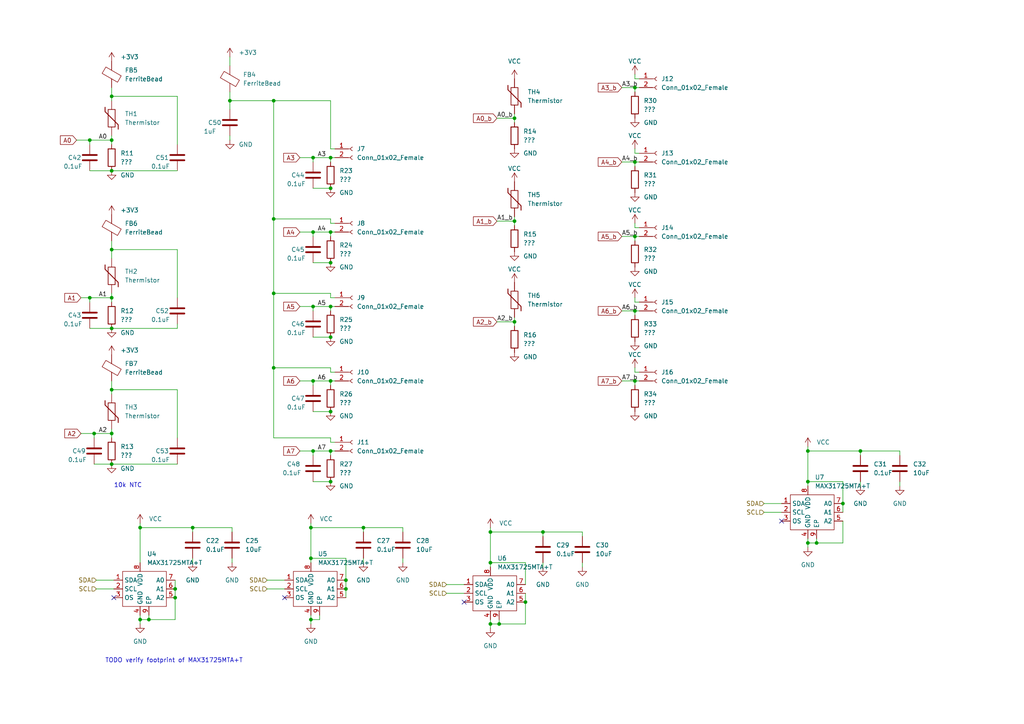
<source format=kicad_sch>
(kicad_sch (version 20211123) (generator eeschema)
  (paper "A4")
  (lib_symbols
    (symbol "Connector:Conn_01x02_Female" (pin_names (offset 1.016) hide)
      (property "Reference" "J" (at 0 2.54 0))
      (property "Value" "Conn_01x02_Female" (at 0 -5.08 0))
      (symbol "Conn_01x02_Female_1_1"
        (arc (start 0 -2.032) (mid -0.508 -2.54) (end 0 -3.048) (stroke (width 0.1524)))
        (polyline (pts (xy -1.27 -2.54) (xy -0.508 -2.54)) (stroke (width 0.1524)))
        (polyline (pts (xy -1.27 0) (xy -0.508 0)) (stroke (width 0.1524)))
        (arc (start 0 0.508) (mid -0.508 0) (end 0 -0.508) (stroke (width 0.1524)))
        (pin passive line (at -5.08 0 0) (length 3.81) (name "Pin_1") (number "1"))
        (pin passive line (at -5.08 -2.54 0) (length 3.81) (name "Pin_2") (number "2"))
      )
    )
    (symbol "Device:C" (pin_numbers hide) (pin_names (offset 0.254))
      (property "Reference" "C" (at 0.635 2.54 0))
      (property "Value" "C" (at 0.635 -2.54 0))
      (symbol "C_0_1"
        (polyline (pts (xy -2.032 -0.762) (xy 2.032 -0.762)) (stroke (width 0.508)))
        (polyline (pts (xy -2.032 0.762) (xy 2.032 0.762)) (stroke (width 0.508)))
      )
      (symbol "C_1_1"
        (pin passive line (at 0 3.81 270) (length 2.794) (name "~") (number "1"))
        (pin passive line (at 0 -3.81 90) (length 2.794) (name "~") (number "2"))
      )
    )
    (symbol "Device:FerriteBead" (pin_numbers hide) (pin_names (offset 0))
      (property "Reference" "FB" (at -3.81 0.635 90))
      (property "Value" "FerriteBead" (at 3.81 0 90))
      (symbol "FerriteBead_0_1"
        (polyline (pts (xy 0 -1.27) (xy 0 -1.2192)))
        (polyline (pts (xy 0 1.27) (xy 0 1.2954)))
        (polyline (pts (xy -2.7686 0.4064) (xy -1.7018 2.2606) (xy 2.7686 -0.3048) (xy 1.6764 -2.159) (xy -2.7686 0.4064)))
      )
      (symbol "FerriteBead_1_1"
        (pin passive line (at 0 3.81 270) (length 2.54) (name "~") (number "1"))
        (pin passive line (at 0 -3.81 90) (length 2.54) (name "~") (number "2"))
      )
    )
    (symbol "Device:R" (pin_numbers hide) (pin_names (offset 0))
      (property "Reference" "R" (at 2.032 0 90))
      (property "Value" "R" (at 0 0 90))
      (symbol "R_0_1"
        (rectangle (start -1.016 -2.54) (end 1.016 2.54) (stroke (width 0.254)))
      )
      (symbol "R_1_1"
        (pin passive line (at 0 3.81 270) (length 1.27) (name "~") (number "1"))
        (pin passive line (at 0 -3.81 90) (length 1.27) (name "~") (number "2"))
      )
    )
    (symbol "Device:Thermistor" (pin_numbers hide) (pin_names (offset 0))
      (property "Reference" "TH" (at 2.54 1.27 90))
      (property "Value" "Thermistor" (at -2.54 0 90))
      (symbol "Thermistor_0_1"
        (rectangle (start -1.016 2.54) (end 1.016 -2.54) (stroke (width 0.2032)))
        (polyline (pts (xy -1.905 3.175) (xy -1.905 1.905) (xy 1.905 -1.905) (xy 1.905 -3.175) (xy 1.905 -3.175)) (stroke (width 0.254)))
      )
      (symbol "Thermistor_1_1"
        (pin passive line (at 0 5.08 270) (length 2.54) (name "~") (number "1"))
        (pin passive line (at 0 -5.08 90) (length 2.54) (name "~") (number "2"))
      )
    )
    (symbol "Hestia:MAX31725MTA+T"
      (property "Reference" "U" (at -17.78 0 0))
      (property "Value" "MAX31725MTA+T" (at -10.16 2.54 0))
      (symbol "MAX31725MTA+T_0_1"
        (rectangle (start -5.08 0) (end 7.62 -10.16))
      )
      (symbol "MAX31725MTA+T_1_1"
        (pin bidirectional line (at -7.62 -2.54 0) (length 2.54) (name "SDA") (number "1"))
        (pin input line (at -7.62 -5.08 0) (length 2.54) (name "SCL") (number "2"))
        (pin input line (at -7.62 -7.62 0) (length 2.54) (name "OS") (number "3"))
        (pin power_in line (at 0 -12.7 90) (length 2.54) (name "GND") (number "4"))
        (pin input line (at 10.16 -7.62 180) (length 2.54) (name "A2") (number "5"))
        (pin input line (at 10.16 -5.08 180) (length 2.54) (name "A1") (number "6"))
        (pin input line (at 10.16 -2.54 180) (length 2.54) (name "A0") (number "7"))
        (pin input line (at 0 2.54 270) (length 2.54) (name "VDD") (number "8"))
        (pin power_in line (at 2.54 -12.7 90) (length 2.54) (name "EP") (number "9"))
      )
    )
    (symbol "MAX31725MTA+T_1"
      (property "Reference" "U" (at -17.78 0 0))
      (property "Value" "MAX31725MTA+T_1" (at -10.16 2.54 0))
      (symbol "MAX31725MTA+T_1_0_1"
        (rectangle (start -5.08 0) (end 7.62 -10.16))
      )
      (symbol "MAX31725MTA+T_1_1_1"
        (pin bidirectional line (at -7.62 -2.54 0) (length 2.54) (name "SDA") (number "1"))
        (pin input line (at -7.62 -5.08 0) (length 2.54) (name "SCL") (number "2"))
        (pin input line (at -7.62 -7.62 0) (length 2.54) (name "OS") (number "3"))
        (pin power_in line (at 0 -12.7 90) (length 2.54) (name "GND") (number "4"))
        (pin input line (at 10.16 -7.62 180) (length 2.54) (name "A2") (number "5"))
        (pin input line (at 10.16 -5.08 180) (length 2.54) (name "A1") (number "6"))
        (pin input line (at 10.16 -2.54 180) (length 2.54) (name "A0") (number "7"))
        (pin input line (at 0 2.54 270) (length 2.54) (name "VDD") (number "8"))
        (pin power_in line (at 2.54 -12.7 90) (length 2.54) (name "EP") (number "9"))
      )
    )
    (symbol "MAX31725MTA+T_2"
      (property "Reference" "U" (at -17.78 0 0))
      (property "Value" "MAX31725MTA+T_2" (at -10.16 2.54 0))
      (symbol "MAX31725MTA+T_2_0_1"
        (rectangle (start -5.08 0) (end 7.62 -10.16))
      )
      (symbol "MAX31725MTA+T_2_1_1"
        (pin bidirectional line (at -7.62 -2.54 0) (length 2.54) (name "SDA") (number "1"))
        (pin input line (at -7.62 -5.08 0) (length 2.54) (name "SCL") (number "2"))
        (pin input line (at -7.62 -7.62 0) (length 2.54) (name "OS") (number "3"))
        (pin power_in line (at 0 -12.7 90) (length 2.54) (name "GND") (number "4"))
        (pin input line (at 10.16 -7.62 180) (length 2.54) (name "A2") (number "5"))
        (pin input line (at 10.16 -5.08 180) (length 2.54) (name "A1") (number "6"))
        (pin input line (at 10.16 -2.54 180) (length 2.54) (name "A0") (number "7"))
        (pin input line (at 0 2.54 270) (length 2.54) (name "VDD") (number "8"))
        (pin power_in line (at 2.54 -12.7 90) (length 2.54) (name "EP") (number "9"))
      )
    )
    (symbol "MAX31725MTA+T_3"
      (property "Reference" "U" (at -17.78 0 0))
      (property "Value" "MAX31725MTA+T_3" (at -10.16 2.54 0))
      (symbol "MAX31725MTA+T_3_0_1"
        (rectangle (start -5.08 0) (end 7.62 -10.16))
      )
      (symbol "MAX31725MTA+T_3_1_1"
        (pin bidirectional line (at -7.62 -2.54 0) (length 2.54) (name "SDA") (number "1"))
        (pin input line (at -7.62 -5.08 0) (length 2.54) (name "SCL") (number "2"))
        (pin input line (at -7.62 -7.62 0) (length 2.54) (name "OS") (number "3"))
        (pin power_in line (at 0 -12.7 90) (length 2.54) (name "GND") (number "4"))
        (pin input line (at 10.16 -7.62 180) (length 2.54) (name "A2") (number "5"))
        (pin input line (at 10.16 -5.08 180) (length 2.54) (name "A1") (number "6"))
        (pin input line (at 10.16 -2.54 180) (length 2.54) (name "A0") (number "7"))
        (pin input line (at 0 2.54 270) (length 2.54) (name "VDD") (number "8"))
        (pin power_in line (at 2.54 -12.7 90) (length 2.54) (name "EP") (number "9"))
      )
    )
    (symbol "power:+3.3V" (power) (pin_names (offset 0))
      (property "Value" "+3.3V" (at 0 3.556 0))
      (symbol "+3.3V_0_1"
        (polyline (pts (xy -0.762 1.27) (xy 0 2.54)))
        (polyline (pts (xy 0 0) (xy 0 2.54)))
        (polyline (pts (xy 0 2.54) (xy 0.762 1.27)))
      )
      (symbol "+3.3V_1_1"
        (pin power_in line (at 0 0 90) (length 0) hide (name "+3V3") (number "1"))
      )
    )
    (symbol "power:GND" (power) (pin_names (offset 0))
      (property "Value" "GND" (at 0 -3.81 0))
      (symbol "GND_0_1"
        (polyline (pts (xy 0 0) (xy 0 -1.27) (xy 1.27 -1.27) (xy 0 -2.54) (xy -1.27 -1.27) (xy 0 -1.27)))
      )
      (symbol "GND_1_1"
        (pin power_in line (at 0 0 270) (length 0) hide (name "GND") (number "1"))
      )
    )
    (symbol "power:VCC" (power) (pin_names (offset 0))
      (property "Value" "VCC" (at 0 3.81 0))
      (symbol "VCC_0_1"
        (polyline (pts (xy -0.762 1.27) (xy 0 2.54)))
        (polyline (pts (xy 0 0) (xy 0 2.54)))
        (polyline (pts (xy 0 2.54) (xy 0.762 1.27)))
      )
      (symbol "VCC_1_1"
        (pin power_in line (at 0 0 90) (length 0) hide (name "VCC") (number "1"))
      )
    )
  )
  (junction (at 234.315 139.7))
  (junction (at 95.885 67.31))
  (junction (at 32.385 86.36))
  (junction (at 244.475 146.05))
  (junction (at 95.885 130.81))
  (junction (at 90.805 130.81))
  (junction (at 249.555 130.81))
  (junction (at 27.305 125.73))
  (junction (at 95.885 45.72))
  (junction (at 184.15 68.58))
  (junction (at 26.035 40.64))
  (junction (at 79.375 85.09))
  (junction (at 50.8 170.815))
  (junction (at 144.78 180.975))
  (junction (at 149.225 93.345))
  (junction (at 95.885 76.2))
  (junction (at 50.8 173.355))
  (junction (at 90.17 153.035))
  (junction (at 43.18 179.705))
  (junction (at 90.805 110.49))
  (junction (at 95.885 119.38))
  (junction (at 184.15 110.49))
  (junction (at 32.385 113.03))
  (junction (at 184.15 46.99))
  (junction (at 149.225 64.135))
  (junction (at 234.315 157.48))
  (junction (at 32.385 95.25))
  (junction (at 149.225 34.29))
  (junction (at 32.385 125.73))
  (junction (at 32.385 72.39))
  (junction (at 32.385 49.53))
  (junction (at 26.035 86.36))
  (junction (at 90.805 45.72))
  (junction (at 152.4 174.625))
  (junction (at 236.855 157.48))
  (junction (at 100.33 170.815))
  (junction (at 90.17 179.705))
  (junction (at 95.885 110.49))
  (junction (at 55.88 153.035))
  (junction (at 32.385 134.62))
  (junction (at 79.375 106.68))
  (junction (at 95.885 97.79))
  (junction (at 40.64 153.035))
  (junction (at 90.805 67.31))
  (junction (at 184.15 25.4))
  (junction (at 142.24 163.195))
  (junction (at 90.17 161.925))
  (junction (at 79.375 29.21))
  (junction (at 184.15 90.17))
  (junction (at 79.375 63.5))
  (junction (at 95.885 88.9))
  (junction (at 234.315 130.81))
  (junction (at 66.675 29.21))
  (junction (at 100.33 168.275))
  (junction (at 40.64 179.705))
  (junction (at 157.48 154.305))
  (junction (at 32.385 27.94))
  (junction (at 142.24 154.305))
  (junction (at 95.885 54.61))
  (junction (at 32.385 40.64))
  (junction (at 105.41 153.035))
  (junction (at 142.24 180.975))
  (junction (at 90.805 88.9))
  (junction (at 95.885 139.7))
  (no_connect (at 82.55 173.355))
  (no_connect (at 226.695 151.13))
  (no_connect (at 33.02 173.355))
  (no_connect (at 134.62 174.625))
  (wire (pts (xy 149.225 93.345) (xy 149.225 94.615)))
  (wire (pts (xy 90.805 76.2) (xy 95.885 76.2)))
  (wire (pts (xy 32.385 72.39) (xy 51.435 72.39)))
  (wire (pts (xy 90.805 45.72) (xy 90.805 46.99)))
  (wire (pts (xy 184.15 107.95) (xy 185.42 107.95)))
  (wire (pts (xy 168.91 155.575) (xy 168.91 154.305)))
  (wire (pts (xy 32.385 69.85) (xy 32.385 72.39)))
  (wire (pts (xy 142.24 180.975) (xy 142.24 182.245)))
  (wire (pts (xy 90.805 110.49) (xy 90.805 111.76)))
  (wire (pts (xy 185.42 90.17) (xy 184.15 90.17)))
  (wire (pts (xy 55.88 153.035) (xy 55.88 154.305)))
  (wire (pts (xy 32.385 113.03) (xy 32.385 114.3)))
  (wire (pts (xy 129.54 172.085) (xy 134.62 172.085)))
  (wire (pts (xy 95.885 67.31) (xy 95.885 68.58)))
  (wire (pts (xy 184.15 66.04) (xy 185.42 66.04)))
  (wire (pts (xy 157.48 154.305) (xy 157.48 155.575)))
  (wire (pts (xy 40.64 153.035) (xy 55.88 153.035)))
  (wire (pts (xy 32.385 110.49) (xy 32.385 113.03)))
  (wire (pts (xy 221.615 146.05) (xy 226.695 146.05)))
  (wire (pts (xy 142.24 154.305) (xy 157.48 154.305)))
  (wire (pts (xy 105.41 153.035) (xy 116.84 153.035)))
  (wire (pts (xy 149.225 33.02) (xy 149.225 34.29)))
  (wire (pts (xy 86.995 88.9) (xy 90.805 88.9)))
  (wire (pts (xy 184.15 90.17) (xy 184.15 91.44)))
  (wire (pts (xy 40.64 179.705) (xy 43.18 179.705)))
  (wire (pts (xy 105.41 161.925) (xy 105.41 163.195)))
  (wire (pts (xy 95.885 128.27) (xy 97.155 128.27)))
  (wire (pts (xy 184.15 22.86) (xy 185.42 22.86)))
  (wire (pts (xy 234.315 139.7) (xy 244.475 139.7)))
  (wire (pts (xy 184.15 87.63) (xy 185.42 87.63)))
  (wire (pts (xy 23.495 86.36) (xy 26.035 86.36)))
  (wire (pts (xy 144.78 180.975) (xy 152.4 180.975)))
  (wire (pts (xy 100.33 170.815) (xy 100.33 168.275)))
  (wire (pts (xy 142.24 163.195) (xy 142.24 164.465)))
  (wire (pts (xy 142.24 153.035) (xy 142.24 154.305)))
  (wire (pts (xy 95.885 127) (xy 79.375 127)))
  (wire (pts (xy 95.885 86.36) (xy 97.155 86.36)))
  (wire (pts (xy 97.155 130.81) (xy 95.885 130.81)))
  (wire (pts (xy 184.15 86.36) (xy 184.15 87.63)))
  (wire (pts (xy 32.385 49.53) (xy 51.435 49.53)))
  (wire (pts (xy 77.47 168.275) (xy 82.55 168.275)))
  (wire (pts (xy 152.4 169.545) (xy 152.4 163.195)))
  (wire (pts (xy 95.885 63.5) (xy 79.375 63.5)))
  (wire (pts (xy 40.64 153.035) (xy 40.64 163.195)))
  (wire (pts (xy 66.675 39.37) (xy 66.675 40.64)))
  (wire (pts (xy 234.315 129.54) (xy 234.315 130.81)))
  (wire (pts (xy 97.155 45.72) (xy 95.885 45.72)))
  (wire (pts (xy 90.17 151.765) (xy 90.17 153.035)))
  (wire (pts (xy 149.225 64.135) (xy 149.225 65.405)))
  (wire (pts (xy 79.375 85.09) (xy 79.375 106.68)))
  (wire (pts (xy 90.805 97.79) (xy 95.885 97.79)))
  (wire (pts (xy 26.035 86.36) (xy 26.035 87.63)))
  (wire (pts (xy 95.885 29.21) (xy 79.375 29.21)))
  (wire (pts (xy 26.035 40.64) (xy 32.385 40.64)))
  (wire (pts (xy 180.34 68.58) (xy 184.15 68.58)))
  (wire (pts (xy 95.885 88.9) (xy 95.885 90.17)))
  (wire (pts (xy 26.035 95.25) (xy 32.385 95.25)))
  (wire (pts (xy 90.805 130.81) (xy 90.805 132.08)))
  (wire (pts (xy 221.615 148.59) (xy 226.695 148.59)))
  (wire (pts (xy 144.78 179.705) (xy 144.78 180.975)))
  (wire (pts (xy 95.885 45.72) (xy 95.885 46.99)))
  (wire (pts (xy 26.035 40.64) (xy 26.035 41.91)))
  (wire (pts (xy 90.17 178.435) (xy 90.17 179.705)))
  (wire (pts (xy 180.34 90.17) (xy 184.15 90.17)))
  (wire (pts (xy 51.435 27.94) (xy 32.385 27.94)))
  (wire (pts (xy 95.885 64.77) (xy 97.155 64.77)))
  (wire (pts (xy 32.385 40.64) (xy 32.385 41.91)))
  (wire (pts (xy 40.64 151.765) (xy 40.64 153.035)))
  (wire (pts (xy 90.17 161.925) (xy 90.17 163.195)))
  (wire (pts (xy 95.885 63.5) (xy 95.885 64.77)))
  (wire (pts (xy 95.885 130.81) (xy 95.885 132.08)))
  (wire (pts (xy 90.805 119.38) (xy 95.885 119.38)))
  (wire (pts (xy 90.805 130.81) (xy 95.885 130.81)))
  (wire (pts (xy 32.385 95.25) (xy 51.435 95.25)))
  (wire (pts (xy 32.385 85.09) (xy 32.385 86.36)))
  (wire (pts (xy 244.475 148.59) (xy 244.475 146.05)))
  (wire (pts (xy 23.495 125.73) (xy 27.305 125.73)))
  (wire (pts (xy 97.155 110.49) (xy 95.885 110.49)))
  (wire (pts (xy 144.145 64.135) (xy 149.225 64.135)))
  (wire (pts (xy 184.15 64.77) (xy 184.15 66.04)))
  (wire (pts (xy 86.995 67.31) (xy 90.805 67.31)))
  (wire (pts (xy 27.305 134.62) (xy 32.385 134.62)))
  (wire (pts (xy 32.385 25.4) (xy 32.385 27.94)))
  (wire (pts (xy 185.42 25.4) (xy 184.15 25.4)))
  (wire (pts (xy 79.375 29.21) (xy 79.375 63.5)))
  (wire (pts (xy 26.035 86.36) (xy 32.385 86.36)))
  (wire (pts (xy 185.42 68.58) (xy 184.15 68.58)))
  (wire (pts (xy 185.42 110.49) (xy 184.15 110.49)))
  (wire (pts (xy 95.885 29.21) (xy 95.885 43.18)))
  (wire (pts (xy 244.475 157.48) (xy 244.475 151.13)))
  (wire (pts (xy 43.18 179.705) (xy 50.8 179.705)))
  (wire (pts (xy 185.42 46.99) (xy 184.15 46.99)))
  (wire (pts (xy 86.995 45.72) (xy 90.805 45.72)))
  (wire (pts (xy 97.155 88.9) (xy 95.885 88.9)))
  (wire (pts (xy 260.985 132.08) (xy 260.985 130.81)))
  (wire (pts (xy 40.64 179.705) (xy 40.64 180.975)))
  (wire (pts (xy 92.71 178.435) (xy 92.71 179.705)))
  (wire (pts (xy 105.41 153.035) (xy 105.41 154.305)))
  (wire (pts (xy 144.145 93.345) (xy 149.225 93.345)))
  (wire (pts (xy 51.435 127) (xy 51.435 113.03)))
  (wire (pts (xy 27.305 125.73) (xy 27.305 127)))
  (wire (pts (xy 32.385 125.73) (xy 32.385 127)))
  (wire (pts (xy 32.385 86.36) (xy 32.385 87.63)))
  (wire (pts (xy 90.17 153.035) (xy 90.17 161.925)))
  (wire (pts (xy 32.385 113.03) (xy 51.435 113.03)))
  (wire (pts (xy 32.385 27.94) (xy 32.385 29.21)))
  (wire (pts (xy 129.54 169.545) (xy 134.62 169.545)))
  (wire (pts (xy 90.805 67.31) (xy 95.885 67.31)))
  (wire (pts (xy 51.435 93.98) (xy 51.435 95.25)))
  (wire (pts (xy 50.8 179.705) (xy 50.8 173.355)))
  (wire (pts (xy 234.315 139.7) (xy 234.315 140.97)))
  (wire (pts (xy 90.17 179.705) (xy 92.71 179.705)))
  (wire (pts (xy 244.475 146.05) (xy 244.475 139.7)))
  (wire (pts (xy 79.375 127) (xy 79.375 106.68)))
  (wire (pts (xy 184.15 25.4) (xy 184.15 26.67)))
  (wire (pts (xy 184.15 44.45) (xy 185.42 44.45)))
  (wire (pts (xy 142.24 179.705) (xy 142.24 180.975)))
  (wire (pts (xy 168.91 163.195) (xy 168.91 164.465)))
  (wire (pts (xy 180.34 110.49) (xy 184.15 110.49)))
  (wire (pts (xy 43.18 178.435) (xy 43.18 179.705)))
  (wire (pts (xy 26.035 49.53) (xy 32.385 49.53)))
  (wire (pts (xy 95.885 110.49) (xy 95.885 111.76)))
  (wire (pts (xy 32.385 39.37) (xy 32.385 40.64)))
  (wire (pts (xy 51.435 72.39) (xy 51.435 86.36)))
  (wire (pts (xy 95.885 127) (xy 95.885 128.27)))
  (wire (pts (xy 95.885 107.95) (xy 97.155 107.95)))
  (wire (pts (xy 100.33 161.925) (xy 90.17 161.925)))
  (wire (pts (xy 100.33 168.275) (xy 100.33 161.925)))
  (wire (pts (xy 234.315 156.21) (xy 234.315 157.48)))
  (wire (pts (xy 86.995 130.81) (xy 90.805 130.81)))
  (wire (pts (xy 149.225 92.075) (xy 149.225 93.345)))
  (wire (pts (xy 184.15 110.49) (xy 184.15 111.76)))
  (wire (pts (xy 234.315 157.48) (xy 234.315 158.75)))
  (wire (pts (xy 236.855 157.48) (xy 244.475 157.48)))
  (wire (pts (xy 90.805 110.49) (xy 95.885 110.49)))
  (wire (pts (xy 184.15 43.18) (xy 184.15 44.45)))
  (wire (pts (xy 66.675 29.21) (xy 66.675 31.75)))
  (wire (pts (xy 51.435 41.91) (xy 51.435 27.94)))
  (wire (pts (xy 66.675 26.67) (xy 66.675 29.21)))
  (wire (pts (xy 67.31 154.305) (xy 67.31 153.035)))
  (wire (pts (xy 90.805 45.72) (xy 95.885 45.72)))
  (wire (pts (xy 27.305 125.73) (xy 32.385 125.73)))
  (wire (pts (xy 234.315 130.81) (xy 234.315 139.7)))
  (wire (pts (xy 180.34 25.4) (xy 184.15 25.4)))
  (wire (pts (xy 90.17 179.705) (xy 90.17 180.975)))
  (wire (pts (xy 236.855 156.21) (xy 236.855 157.48)))
  (wire (pts (xy 184.15 106.68) (xy 184.15 107.95)))
  (wire (pts (xy 90.17 153.035) (xy 105.41 153.035)))
  (wire (pts (xy 100.33 173.355) (xy 100.33 170.815)))
  (wire (pts (xy 142.24 180.975) (xy 144.78 180.975)))
  (wire (pts (xy 90.805 88.9) (xy 95.885 88.9)))
  (wire (pts (xy 32.385 72.39) (xy 32.385 74.93)))
  (wire (pts (xy 184.15 68.58) (xy 184.15 69.85)))
  (wire (pts (xy 32.385 134.62) (xy 51.435 134.62)))
  (wire (pts (xy 79.375 85.09) (xy 79.375 63.5)))
  (wire (pts (xy 95.885 43.18) (xy 97.155 43.18)))
  (wire (pts (xy 149.225 62.865) (xy 149.225 64.135)))
  (wire (pts (xy 157.48 163.195) (xy 157.48 164.465)))
  (wire (pts (xy 157.48 154.305) (xy 168.91 154.305)))
  (wire (pts (xy 180.34 46.99) (xy 184.15 46.99)))
  (wire (pts (xy 249.555 130.81) (xy 249.555 132.08)))
  (wire (pts (xy 142.24 163.195) (xy 152.4 163.195)))
  (wire (pts (xy 90.805 54.61) (xy 95.885 54.61)))
  (wire (pts (xy 249.555 139.7) (xy 249.555 140.97)))
  (wire (pts (xy 152.4 180.975) (xy 152.4 174.625)))
  (wire (pts (xy 55.88 153.035) (xy 67.31 153.035)))
  (wire (pts (xy 95.885 106.68) (xy 95.885 107.95)))
  (wire (pts (xy 95.885 106.68) (xy 79.375 106.68)))
  (wire (pts (xy 152.4 174.625) (xy 152.4 172.085)))
  (wire (pts (xy 90.805 67.31) (xy 90.805 68.58)))
  (wire (pts (xy 234.315 157.48) (xy 236.855 157.48)))
  (wire (pts (xy 97.155 67.31) (xy 95.885 67.31)))
  (wire (pts (xy 40.64 178.435) (xy 40.64 179.705)))
  (wire (pts (xy 32.385 124.46) (xy 32.385 125.73)))
  (wire (pts (xy 55.88 161.925) (xy 55.88 163.195)))
  (wire (pts (xy 249.555 130.81) (xy 260.985 130.81)))
  (wire (pts (xy 86.995 110.49) (xy 90.805 110.49)))
  (wire (pts (xy 79.375 29.21) (xy 66.675 29.21)))
  (wire (pts (xy 149.225 34.29) (xy 149.225 35.56)))
  (wire (pts (xy 95.885 85.09) (xy 95.885 86.36)))
  (wire (pts (xy 22.225 40.64) (xy 26.035 40.64)))
  (wire (pts (xy 116.84 154.305) (xy 116.84 153.035)))
  (wire (pts (xy 116.84 161.925) (xy 116.84 163.195)))
  (wire (pts (xy 260.985 139.7) (xy 260.985 140.97)))
  (wire (pts (xy 184.15 46.99) (xy 184.15 48.26)))
  (wire (pts (xy 95.885 85.09) (xy 79.375 85.09)))
  (wire (pts (xy 50.8 170.815) (xy 50.8 173.355)))
  (wire (pts (xy 234.315 130.81) (xy 249.555 130.81)))
  (wire (pts (xy 66.675 16.51) (xy 66.675 19.05)))
  (wire (pts (xy 90.805 88.9) (xy 90.805 90.17)))
  (wire (pts (xy 90.805 139.7) (xy 95.885 139.7)))
  (wire (pts (xy 50.8 168.275) (xy 50.8 170.815)))
  (wire (pts (xy 184.15 21.59) (xy 184.15 22.86)))
  (wire (pts (xy 27.94 168.275) (xy 33.02 168.275)))
  (wire (pts (xy 77.47 170.815) (xy 82.55 170.815)))
  (wire (pts (xy 142.24 154.305) (xy 142.24 163.195)))
  (wire (pts (xy 27.94 170.815) (xy 33.02 170.815)))
  (wire (pts (xy 144.145 34.29) (xy 149.225 34.29)))
  (wire (pts (xy 67.31 161.925) (xy 67.31 163.195)))
  (text "TODO verify footprint of MAX31725MTA+T" (at 30.48 192.405 0) (effects (font (size 1.27 1.27)) (justify left bottom)))
  (text "10k NTC" (at 33.02 141.605 0) (effects (font (size 1.27 1.27)) (justify left bottom)))
  (label "A5" (at 92.075 88.9 0))
  (label "A0_b" (at 144.145 34.29 0))
  (label "A7" (at 92.075 130.81 0))
  (label "A1" (at 28.575 86.36 0))
  (label "A6_b" (at 180.34 90.17 0))
  (label "A1_b" (at 144.145 64.135 0))
  (label "A6" (at 92.075 110.49 0))
  (label "A7_b" (at 180.34 110.49 0))
  (label "A2_b" (at 144.145 93.345 0))
  (label "A5_b" (at 180.34 68.58 0))
  (label "A3" (at 92.075 45.72 0))
  (label "A0" (at 28.575 40.64 0))
  (label "A4" (at 92.075 67.31 0))
  (label "A3_b" (at 180.34 25.4 0))
  (label "A2" (at 28.575 125.73 0))
  (label "A4_b" (at 180.34 46.99 0))
  (global_label "A6" (shape input) (at 86.995 110.49 180) (property "Intersheet References" "${INTERSHEET_REFS}" (effects hide)))
  (global_label "A3_b" (shape input) (at 180.34 25.4 180) (property "Intersheet References" "${INTERSHEET_REFS}" (effects hide)))
  (global_label "A4" (shape input) (at 86.995 67.31 180) (property "Intersheet References" "${INTERSHEET_REFS}" (effects hide)))
  (global_label "A1" (shape input) (at 23.495 86.36 180) (property "Intersheet References" "${INTERSHEET_REFS}" (effects hide)))
  (global_label "A5_b" (shape input) (at 180.34 68.58 180) (property "Intersheet References" "${INTERSHEET_REFS}" (effects hide)))
  (global_label "A4_b" (shape input) (at 180.34 46.99 180) (property "Intersheet References" "${INTERSHEET_REFS}" (effects hide)))
  (global_label "A1_b" (shape input) (at 144.145 64.135 180) (property "Intersheet References" "${INTERSHEET_REFS}" (effects hide)))
  (global_label "A3" (shape input) (at 86.995 45.72 180) (property "Intersheet References" "${INTERSHEET_REFS}" (effects hide)))
  (global_label "A7" (shape input) (at 86.995 130.81 180) (property "Intersheet References" "${INTERSHEET_REFS}" (effects hide)))
  (global_label "A6_b" (shape input) (at 180.34 90.17 180) (property "Intersheet References" "${INTERSHEET_REFS}" (effects hide)))
  (global_label "A2_b" (shape input) (at 144.145 93.345 180) (property "Intersheet References" "${INTERSHEET_REFS}" (effects hide)))
  (global_label "A0" (shape input) (at 22.225 40.64 180) (property "Intersheet References" "${INTERSHEET_REFS}" (effects hide)))
  (global_label "A2" (shape input) (at 23.495 125.73 180) (property "Intersheet References" "${INTERSHEET_REFS}" (effects hide)))
  (global_label "A0_b" (shape input) (at 144.145 34.29 180) (property "Intersheet References" "${INTERSHEET_REFS}" (effects hide)))
  (global_label "A7_b" (shape input) (at 180.34 110.49 180) (property "Intersheet References" "${INTERSHEET_REFS}" (effects hide)))
  (global_label "A5" (shape input) (at 86.995 88.9 180) (property "Intersheet References" "${INTERSHEET_REFS}" (effects hide)))
  (hierarchical_label "SDA" (shape input) (at 27.94 168.275 180))
  (hierarchical_label "SCL" (shape input) (at 221.615 148.59 180))
  (hierarchical_label "SDA" (shape input) (at 77.47 168.275 180))
  (hierarchical_label "SCL" (shape input) (at 27.94 170.815 180))
  (hierarchical_label "SCL" (shape input) (at 77.47 170.815 180))
  (hierarchical_label "SCL" (shape input) (at 129.54 172.085 180))
  (hierarchical_label "SDA" (shape input) (at 129.54 169.545 180))
  (hierarchical_label "SDA" (shape input) (at 221.615 146.05 180))
  (symbol (lib_id "Device:R") (at 184.15 95.25 0) (unit 1)
    (property "Reference" "R33" (at 186.69 93.9799 0) (effects (justify left)))
    (property "Value" "???" (at 186.69 96.5199 0) (effects (justify left)))
    (property "Footprint" "Resistor_SMD:R_0603_1608Metric_Pad0.98x0.95mm_HandSolder" (effects hide))
  )
  (symbol (lib_id "Connector:Conn_01x02_Female") (at 102.235 128.27 0) (unit 1)
    (property "Reference" "J11" (at 103.505 128.2699 0) (effects (justify left)))
    (property "Value" "Conn_01x02_Female" (at 103.505 130.8099 0) (effects (justify left)))
    (property "Footprint" "Connector_PinHeader_1.27mm:PinHeader_1x02_P1.27mm_Vertical" (effects hide))
  )
  (symbol (lib_name "MAX31725MTA+T_3") (lib_id "Hestia:MAX31725MTA+T") (at 90.17 165.735 0) (unit 1)
    (property "Reference" "U5" (at 92.1894 160.655 0) (effects (justify left)))
    (property "Value" "MAX31725MTA+T" (at 92.1894 163.195 0) (effects (justify left)))
    (property "Footprint" "Package_DFN_QFN:DFN-8-1EP_3x3mm_P0.65mm_EP1.55x2.4mm" (effects hide))
    (property "Datasheet" "https://datasheets.maximintegrated.com/en/ds/MAX31725.pdf" (effects hide))
  )
  (symbol (lib_id "power:GND") (at 95.885 54.61 0) (unit 1)
    (property "Reference" "#PWR0169" (effects hide))
    (property "Value" "GND" (at 98.425 55.8799 0) (effects (justify left)))
  )
  (symbol (lib_id "power:VCC") (at 184.15 86.36 0) (unit 1)
    (property "Reference" "#PWR0162" (effects hide))
    (property "Value" "VCC" (at 184.15 82.55 0))
  )
  (symbol (lib_id "Device:Thermistor") (at 149.225 86.995 0) (unit 1)
    (property "Reference" "TH6" (at 153.035 85.7249 0) (effects (justify left)))
    (property "Value" "Thermistor" (at 153.035 88.2649 0) (effects (justify left)))
    (property "Footprint" "Resistor_SMD:R_0603_1608Metric_Pad0.98x0.95mm_HandSolder" (effects hide))
  )
  (symbol (lib_id "power:GND") (at 149.225 43.18 0) (unit 1)
    (property "Reference" "#PWR0132" (effects hide))
    (property "Value" "GND" (at 151.765 44.4499 0) (effects (justify left)))
  )
  (symbol (lib_id "power:GND") (at 105.41 163.195 0) (unit 1)
    (property "Reference" "#PWR0156" (effects hide))
    (property "Value" "GND" (at 105.41 168.275 0))
  )
  (symbol (lib_id "Device:R") (at 95.885 135.89 0) (unit 1)
    (property "Reference" "R27" (at 98.425 134.6199 0) (effects (justify left)))
    (property "Value" "???" (at 98.425 137.1599 0) (effects (justify left)))
    (property "Footprint" "Resistor_SMD:R_0603_1608Metric_Pad0.98x0.95mm_HandSolder" (effects hide))
  )
  (symbol (lib_id "Device:Thermistor") (at 32.385 80.01 0) (unit 1)
    (property "Reference" "TH2" (at 36.195 78.7399 0) (effects (justify left)))
    (property "Value" "Thermistor" (at 36.195 81.2799 0) (effects (justify left)))
    (property "Footprint" "Resistor_SMD:R_0603_1608Metric_Pad0.98x0.95mm_HandSolder" (effects hide))
  )
  (symbol (lib_id "power:GND") (at 142.24 182.245 0) (unit 1)
    (property "Reference" "#PWR0148" (effects hide))
    (property "Value" "GND" (at 142.24 187.325 0))
  )
  (symbol (lib_id "Connector:Conn_01x02_Female") (at 102.235 64.77 0) (unit 1)
    (property "Reference" "J8" (at 103.505 64.7699 0) (effects (justify left)))
    (property "Value" "Conn_01x02_Female" (at 103.505 67.3099 0) (effects (justify left)))
    (property "Footprint" "Connector_PinHeader_1.27mm:PinHeader_1x02_P1.27mm_Vertical" (effects hide))
  )
  (symbol (lib_id "power:GND") (at 149.225 73.025 0) (unit 1)
    (property "Reference" "#PWR0124" (effects hide))
    (property "Value" "GND" (at 151.765 74.2949 0) (effects (justify left)))
  )
  (symbol (lib_id "power:+3.3V") (at 32.385 17.78 0) (unit 1)
    (property "Reference" "#PWR0129" (effects hide))
    (property "Value" "+3.3V" (at 34.925 16.5099 0) (effects (justify left)))
  )
  (symbol (lib_id "Device:FerriteBead") (at 32.385 66.04 180) (unit 1)
    (property "Reference" "FB6" (at 36.195 64.8207 0) (effects (justify right)))
    (property "Value" "FerriteBead" (at 36.195 67.3607 0) (effects (justify right)))
    (property "Footprint" "Resistor_SMD:R_0603_1608Metric_Pad0.98x0.95mm_HandSolder" (effects hide))
  )
  (symbol (lib_id "Device:C") (at 51.435 90.17 0) (unit 1)
    (property "Reference" "C52" (at 45.085 90.17 0) (effects (justify left)))
    (property "Value" "0.1uF" (at 43.815 92.71 0) (effects (justify left)))
    (property "Footprint" "Capacitor_SMD:C_0603_1608Metric_Pad1.08x0.95mm_HandSolder" (effects hide))
  )
  (symbol (lib_id "Device:FerriteBead") (at 32.385 106.68 180) (unit 1)
    (property "Reference" "FB7" (at 36.195 105.4607 0) (effects (justify right)))
    (property "Value" "FerriteBead" (at 36.195 108.0007 0) (effects (justify right)))
    (property "Footprint" "Resistor_SMD:R_0603_1608Metric_Pad0.98x0.95mm_HandSolder" (effects hide))
  )
  (symbol (lib_id "Connector:Conn_01x02_Female") (at 190.5 87.63 0) (unit 1)
    (property "Reference" "J15" (at 191.77 87.6299 0) (effects (justify left)))
    (property "Value" "Conn_01x02_Female" (at 191.77 90.1699 0) (effects (justify left)))
    (property "Footprint" "Connector_PinHeader_1.27mm:PinHeader_1x02_P1.27mm_Vertical" (effects hide))
  )
  (symbol (lib_id "Connector:Conn_01x02_Female") (at 102.235 86.36 0) (unit 1)
    (property "Reference" "J9" (at 103.505 86.3599 0) (effects (justify left)))
    (property "Value" "Conn_01x02_Female" (at 103.505 88.8999 0) (effects (justify left)))
    (property "Footprint" "Connector_PinHeader_1.27mm:PinHeader_1x02_P1.27mm_Vertical" (effects hide))
  )
  (symbol (lib_id "Device:R") (at 184.15 73.66 0) (unit 1)
    (property "Reference" "R32" (at 186.69 72.3899 0) (effects (justify left)))
    (property "Value" "???" (at 186.69 74.9299 0) (effects (justify left)))
    (property "Footprint" "Resistor_SMD:R_0603_1608Metric_Pad0.98x0.95mm_HandSolder" (effects hide))
  )
  (symbol (lib_id "Device:C") (at 168.91 159.385 0) (unit 1)
    (property "Reference" "C30" (at 172.72 158.1149 0) (effects (justify left)))
    (property "Value" "10uF" (at 172.72 160.6549 0) (effects (justify left)))
    (property "Footprint" "Capacitor_SMD:C_0603_1608Metric_Pad1.08x0.95mm_HandSolder" (effects hide))
  )
  (symbol (lib_id "Device:C") (at 51.435 45.72 0) (unit 1)
    (property "Reference" "C51" (at 45.085 45.72 0) (effects (justify left)))
    (property "Value" "0.1uF" (at 43.815 48.26 0) (effects (justify left)))
    (property "Footprint" "Capacitor_SMD:C_0603_1608Metric_Pad1.08x0.95mm_HandSolder" (effects hide))
  )
  (symbol (lib_id "power:GND") (at 184.15 77.47 0) (unit 1)
    (property "Reference" "#PWR0184" (effects hide))
    (property "Value" "GND" (at 186.69 78.7399 0) (effects (justify left)))
  )
  (symbol (lib_id "Device:R") (at 95.885 50.8 0) (unit 1)
    (property "Reference" "R23" (at 98.425 49.5299 0) (effects (justify left)))
    (property "Value" "???" (at 98.425 52.0699 0) (effects (justify left)))
    (property "Footprint" "Resistor_SMD:R_0603_1608Metric_Pad0.98x0.95mm_HandSolder" (effects hide))
  )
  (symbol (lib_id "Device:C") (at 67.31 158.115 0) (unit 1)
    (property "Reference" "C25" (at 71.12 156.8449 0) (effects (justify left)))
    (property "Value" "10uF" (at 71.12 159.3849 0) (effects (justify left)))
    (property "Footprint" "Capacitor_SMD:C_0603_1608Metric_Pad1.08x0.95mm_HandSolder" (effects hide))
  )
  (symbol (lib_id "power:GND") (at 95.885 97.79 0) (unit 1)
    (property "Reference" "#PWR0177" (effects hide))
    (property "Value" "GND" (at 98.425 99.0599 0) (effects (justify left)))
  )
  (symbol (lib_id "Hestia:MAX31725MTA+T") (at 40.64 165.735 0) (unit 1)
    (property "Reference" "U4" (at 42.6594 160.655 0) (effects (justify left)))
    (property "Value" "MAX31725MTA+T" (at 42.6594 163.195 0) (effects (justify left)))
    (property "Footprint" "Package_DFN_QFN:DFN-8-1EP_3x3mm_P0.65mm_EP1.55x2.4mm" (effects hide))
    (property "Datasheet" "https://datasheets.maximintegrated.com/en/ds/MAX31725.pdf" (effects hide))
  )
  (symbol (lib_id "power:GND") (at 67.31 163.195 0) (unit 1)
    (property "Reference" "#PWR0153" (effects hide))
    (property "Value" "GND" (at 67.31 168.275 0))
  )
  (symbol (lib_id "Device:R") (at 149.225 69.215 0) (unit 1)
    (property "Reference" "R15" (at 151.765 67.9449 0) (effects (justify left)))
    (property "Value" "???" (at 151.765 70.4849 0) (effects (justify left)))
    (property "Footprint" "Resistor_SMD:R_0603_1608Metric_Pad0.98x0.95mm_HandSolder" (effects hide))
  )
  (symbol (lib_id "power:GND") (at 95.885 76.2 0) (unit 1)
    (property "Reference" "#PWR0180" (effects hide))
    (property "Value" "GND" (at 98.425 77.4699 0) (effects (justify left)))
  )
  (symbol (lib_id "Connector:Conn_01x02_Female") (at 190.5 66.04 0) (unit 1)
    (property "Reference" "J14" (at 191.77 66.0399 0) (effects (justify left)))
    (property "Value" "Conn_01x02_Female" (at 191.77 68.5799 0) (effects (justify left)))
    (property "Footprint" "Connector_PinHeader_1.27mm:PinHeader_1x02_P1.27mm_Vertical" (effects hide))
  )
  (symbol (lib_id "Device:R") (at 184.15 115.57 0) (unit 1)
    (property "Reference" "R34" (at 186.69 114.2999 0) (effects (justify left)))
    (property "Value" "???" (at 186.69 116.8399 0) (effects (justify left)))
    (property "Footprint" "Resistor_SMD:R_0603_1608Metric_Pad0.98x0.95mm_HandSolder" (effects hide))
  )
  (symbol (lib_id "power:VCC") (at 149.225 22.86 0) (unit 1)
    (property "Reference" "#PWR0134" (effects hide))
    (property "Value" "VCC" (at 149.225 17.78 0))
  )
  (symbol (lib_id "power:GND") (at 95.885 139.7 0) (unit 1)
    (property "Reference" "#PWR0174" (effects hide))
    (property "Value" "GND" (at 98.425 140.9699 0) (effects (justify left)))
  )
  (symbol (lib_id "Device:C") (at 90.805 115.57 0) (unit 1)
    (property "Reference" "C47" (at 84.455 115.57 0) (effects (justify left)))
    (property "Value" "0.1uF" (at 83.185 118.11 0) (effects (justify left)))
    (property "Footprint" "Capacitor_SMD:C_0603_1608Metric_Pad1.08x0.95mm_HandSolder" (effects hide))
  )
  (symbol (lib_id "Device:C") (at 51.435 130.81 0) (unit 1)
    (property "Reference" "C53" (at 45.085 130.81 0) (effects (justify left)))
    (property "Value" "0.1uF" (at 43.815 133.35 0) (effects (justify left)))
    (property "Footprint" "Capacitor_SMD:C_0603_1608Metric_Pad1.08x0.95mm_HandSolder" (effects hide))
  )
  (symbol (lib_id "Device:C") (at 90.805 50.8 0) (unit 1)
    (property "Reference" "C44" (at 84.455 50.8 0) (effects (justify left)))
    (property "Value" "0.1uF" (at 83.185 53.34 0) (effects (justify left)))
    (property "Footprint" "Capacitor_SMD:C_0603_1608Metric_Pad1.08x0.95mm_HandSolder" (effects hide))
  )
  (symbol (lib_id "power:GND") (at 90.17 180.975 0) (unit 1)
    (property "Reference" "#PWR0152" (effects hide))
    (property "Value" "GND" (at 90.17 186.055 0))
  )
  (symbol (lib_id "power:GND") (at 184.15 34.29 0) (unit 1)
    (property "Reference" "#PWR0167" (effects hide))
    (property "Value" "GND" (at 186.69 35.5599 0) (effects (justify left)))
  )
  (symbol (lib_id "power:+3.3V") (at 32.385 62.23 0) (unit 1)
    (property "Reference" "#PWR0131" (effects hide))
    (property "Value" "+3.3V" (at 34.925 60.9599 0) (effects (justify left)))
  )
  (symbol (lib_id "power:GND") (at 55.88 163.195 0) (unit 1)
    (property "Reference" "#PWR0149" (effects hide))
    (property "Value" "GND" (at 55.88 168.275 0))
  )
  (symbol (lib_id "Device:R") (at 149.225 98.425 0) (unit 1)
    (property "Reference" "R16" (at 151.765 97.1549 0) (effects (justify left)))
    (property "Value" "???" (at 151.765 99.6949 0) (effects (justify left)))
    (property "Footprint" "Resistor_SMD:R_0603_1608Metric_Pad0.98x0.95mm_HandSolder" (effects hide))
  )
  (symbol (lib_name "MAX31725MTA+T_2") (lib_id "Hestia:MAX31725MTA+T") (at 142.24 167.005 0) (unit 1)
    (property "Reference" "U6" (at 144.2594 161.925 0) (effects (justify left)))
    (property "Value" "MAX31725MTA+T" (at 144.2594 164.465 0) (effects (justify left)))
    (property "Footprint" "Package_DFN_QFN:DFN-8-1EP_3x3mm_P0.65mm_EP1.55x2.4mm" (effects hide))
    (property "Datasheet" "https://datasheets.maximintegrated.com/en/ds/MAX31725.pdf" (effects hide))
  )
  (symbol (lib_id "Device:C") (at 116.84 158.115 0) (unit 1)
    (property "Reference" "C28" (at 120.65 156.8449 0) (effects (justify left)))
    (property "Value" "10uF" (at 120.65 159.3849 0) (effects (justify left)))
    (property "Footprint" "Capacitor_SMD:C_0603_1608Metric_Pad1.08x0.95mm_HandSolder" (effects hide))
  )
  (symbol (lib_id "power:GND") (at 168.91 164.465 0) (unit 1)
    (property "Reference" "#PWR0146" (effects hide))
    (property "Value" "GND" (at 168.91 169.545 0))
  )
  (symbol (lib_id "Device:C") (at 66.675 35.56 0) (unit 1)
    (property "Reference" "C50" (at 60.325 35.56 0) (effects (justify left)))
    (property "Value" "1uF" (at 59.055 38.1 0) (effects (justify left)))
    (property "Footprint" "Capacitor_SMD:C_0603_1608Metric_Pad1.08x0.95mm_HandSolder" (effects hide))
  )
  (symbol (lib_id "power:GND") (at 184.15 99.06 0) (unit 1)
    (property "Reference" "#PWR0171" (effects hide))
    (property "Value" "GND" (at 186.69 100.3299 0) (effects (justify left)))
  )
  (symbol (lib_id "Device:R") (at 95.885 93.98 0) (unit 1)
    (property "Reference" "R25" (at 98.425 92.7099 0) (effects (justify left)))
    (property "Value" "???" (at 98.425 95.2499 0) (effects (justify left)))
    (property "Footprint" "Resistor_SMD:R_0603_1608Metric_Pad0.98x0.95mm_HandSolder" (effects hide))
  )
  (symbol (lib_name "MAX31725MTA+T_1") (lib_id "Hestia:MAX31725MTA+T") (at 234.315 143.51 0) (unit 1)
    (property "Reference" "U7" (at 236.3344 138.43 0) (effects (justify left)))
    (property "Value" "MAX31725MTA+T" (at 236.3344 140.97 0) (effects (justify left)))
    (property "Footprint" "Package_DFN_QFN:DFN-8-1EP_3x3mm_P0.65mm_EP1.55x2.4mm" (effects hide))
    (property "Datasheet" "https://datasheets.maximintegrated.com/en/ds/MAX31725.pdf" (effects hide))
  )
  (symbol (lib_id "Device:Thermistor") (at 32.385 34.29 0) (unit 1)
    (property "Reference" "TH1" (at 36.195 33.0199 0) (effects (justify left)))
    (property "Value" "Thermistor" (at 36.195 35.5599 0) (effects (justify left)))
    (property "Footprint" "Resistor_SMD:R_0603_1608Metric_Pad0.98x0.95mm_HandSolder" (effects hide))
  )
  (symbol (lib_id "power:VCC") (at 149.225 81.915 0) (unit 1)
    (property "Reference" "#PWR0125" (effects hide))
    (property "Value" "VCC" (at 149.225 78.105 0))
  )
  (symbol (lib_id "Connector:Conn_01x02_Female") (at 102.235 43.18 0) (unit 1)
    (property "Reference" "J7" (at 103.505 43.1799 0) (effects (justify left)))
    (property "Value" "Conn_01x02_Female" (at 103.505 45.7199 0) (effects (justify left)))
    (property "Footprint" "Connector_PinHeader_1.27mm:PinHeader_1x02_P1.27mm_Vertical" (effects hide))
  )
  (symbol (lib_id "Device:C") (at 90.805 93.98 0) (unit 1)
    (property "Reference" "C46" (at 84.455 93.98 0) (effects (justify left)))
    (property "Value" "0.1uF" (at 83.185 96.52 0) (effects (justify left)))
    (property "Footprint" "Capacitor_SMD:C_0603_1608Metric_Pad1.08x0.95mm_HandSolder" (effects hide))
  )
  (symbol (lib_id "Device:R") (at 95.885 72.39 0) (unit 1)
    (property "Reference" "R24" (at 98.425 71.1199 0) (effects (justify left)))
    (property "Value" "???" (at 98.425 73.6599 0) (effects (justify left)))
    (property "Footprint" "Resistor_SMD:R_0603_1608Metric_Pad0.98x0.95mm_HandSolder" (effects hide))
  )
  (symbol (lib_id "Device:R") (at 149.225 39.37 0) (unit 1)
    (property "Reference" "R14" (at 151.765 38.0999 0) (effects (justify left)))
    (property "Value" "???" (at 151.765 40.6399 0) (effects (justify left)))
    (property "Footprint" "Resistor_SMD:R_0603_1608Metric_Pad0.98x0.95mm_HandSolder" (effects hide))
  )
  (symbol (lib_id "Device:FerriteBead") (at 32.385 21.59 180) (unit 1)
    (property "Reference" "FB5" (at 36.195 20.3707 0) (effects (justify right)))
    (property "Value" "FerriteBead" (at 36.195 22.9107 0) (effects (justify right)))
    (property "Footprint" "Resistor_SMD:R_0603_1608Metric_Pad0.98x0.95mm_HandSolder" (effects hide))
  )
  (symbol (lib_id "power:GND") (at 149.225 102.235 0) (unit 1)
    (property "Reference" "#PWR0123" (effects hide))
    (property "Value" "GND" (at 151.765 103.5049 0) (effects (justify left)))
  )
  (symbol (lib_id "power:VCC") (at 40.64 151.765 0) (unit 1)
    (property "Reference" "#PWR0151" (effects hide))
    (property "Value" "VCC" (at 43.18 150.4949 0) (effects (justify left)))
  )
  (symbol (lib_id "power:GND") (at 32.385 95.25 0) (unit 1)
    (property "Reference" "#PWR0127" (effects hide))
    (property "Value" "GND" (at 34.925 96.5199 0) (effects (justify left)))
  )
  (symbol (lib_id "Connector:Conn_01x02_Female") (at 102.235 107.95 0) (unit 1)
    (property "Reference" "J10" (at 103.505 107.9499 0) (effects (justify left)))
    (property "Value" "Conn_01x02_Female" (at 103.505 110.4899 0) (effects (justify left)))
    (property "Footprint" "Connector_PinHeader_1.27mm:PinHeader_1x02_P1.27mm_Vertical" (effects hide))
  )
  (symbol (lib_id "power:VCC") (at 184.15 64.77 0) (unit 1)
    (property "Reference" "#PWR0158" (effects hide))
    (property "Value" "VCC" (at 184.15 60.96 0))
  )
  (symbol (lib_id "Device:Thermistor") (at 32.385 119.38 0) (unit 1)
    (property "Reference" "TH3" (at 36.195 118.1099 0) (effects (justify left)))
    (property "Value" "Thermistor" (at 36.195 120.6499 0) (effects (justify left)))
    (property "Footprint" "Resistor_SMD:R_0603_1608Metric_Pad0.98x0.95mm_HandSolder" (effects hide))
  )
  (symbol (lib_id "power:GND") (at 260.985 140.97 0) (unit 1)
    (property "Reference" "#PWR0159" (effects hide))
    (property "Value" "GND" (at 260.985 146.05 0))
  )
  (symbol (lib_id "power:GND") (at 95.885 119.38 0) (unit 1)
    (property "Reference" "#PWR0176" (effects hide))
    (property "Value" "GND" (at 98.425 120.6499 0) (effects (justify left)))
  )
  (symbol (lib_id "power:GND") (at 40.64 180.975 0) (unit 1)
    (property "Reference" "#PWR0150" (effects hide))
    (property "Value" "GND" (at 40.64 186.055 0))
  )
  (symbol (lib_id "power:GND") (at 66.675 40.64 0) (unit 1)
    (property "Reference" "#PWR018" (effects hide))
    (property "Value" "GND" (at 69.215 41.9099 0) (effects (justify left)))
  )
  (symbol (lib_id "power:VCC") (at 184.15 106.68 0) (unit 1)
    (property "Reference" "#PWR0172" (effects hide))
    (property "Value" "VCC" (at 184.15 102.87 0))
  )
  (symbol (lib_id "power:GND") (at 32.385 134.62 0) (unit 1)
    (property "Reference" "#PWR0126" (effects hide))
    (property "Value" "GND" (at 34.925 135.8899 0) (effects (justify left)))
  )
  (symbol (lib_id "power:VCC") (at 149.225 52.705 0) (unit 1)
    (property "Reference" "#PWR0133" (effects hide))
    (property "Value" "VCC" (at 149.225 48.895 0))
  )
  (symbol (lib_id "Device:FerriteBead") (at 66.675 22.86 180) (unit 1)
    (property "Reference" "FB4" (at 70.485 21.6407 0) (effects (justify right)))
    (property "Value" "FerriteBead" (at 70.485 24.1807 0) (effects (justify right)))
    (property "Footprint" "Resistor_SMD:R_0603_1608Metric_Pad0.98x0.95mm_HandSolder" (effects hide))
  )
  (symbol (lib_id "Connector:Conn_01x02_Female") (at 190.5 44.45 0) (unit 1)
    (property "Reference" "J13" (at 191.77 44.4499 0) (effects (justify left)))
    (property "Value" "Conn_01x02_Female" (at 191.77 46.9899 0) (effects (justify left)))
    (property "Footprint" "Connector_PinHeader_1.27mm:PinHeader_1x02_P1.27mm_Vertical" (effects hide))
  )
  (symbol (lib_id "power:GND") (at 249.555 140.97 0) (unit 1)
    (property "Reference" "#PWR0160" (effects hide))
    (property "Value" "GND" (at 249.555 146.05 0))
  )
  (symbol (lib_id "Device:C") (at 55.88 158.115 0) (unit 1)
    (property "Reference" "C22" (at 59.69 156.8449 0) (effects (justify left)))
    (property "Value" "0.1uF" (at 59.69 159.3849 0) (effects (justify left)))
    (property "Footprint" "Capacitor_SMD:C_0603_1608Metric_Pad1.08x0.95mm_HandSolder" (effects hide))
  )
  (symbol (lib_id "Device:C") (at 27.305 130.81 0) (unit 1)
    (property "Reference" "C49" (at 20.955 130.81 0) (effects (justify left)))
    (property "Value" "0.1uF" (at 19.685 133.35 0) (effects (justify left)))
    (property "Footprint" "Capacitor_SMD:C_0603_1608Metric_Pad1.08x0.95mm_HandSolder" (effects hide))
  )
  (symbol (lib_id "Connector:Conn_01x02_Female") (at 190.5 107.95 0) (unit 1)
    (property "Reference" "J16" (at 191.77 107.9499 0) (effects (justify left)))
    (property "Value" "Conn_01x02_Female" (at 191.77 110.4899 0) (effects (justify left)))
    (property "Footprint" "Connector_PinHeader_1.27mm:PinHeader_1x02_P1.27mm_Vertical" (effects hide))
  )
  (symbol (lib_id "Device:C") (at 249.555 135.89 0) (unit 1)
    (property "Reference" "C31" (at 253.365 134.6199 0) (effects (justify left)))
    (property "Value" "0.1uF" (at 253.365 137.1599 0) (effects (justify left)))
    (property "Footprint" "Capacitor_SMD:C_0603_1608Metric_Pad1.08x0.95mm_HandSolder" (effects hide))
  )
  (symbol (lib_id "Device:C") (at 26.035 45.72 0) (unit 1)
    (property "Reference" "C42" (at 19.685 45.72 0) (effects (justify left)))
    (property "Value" "0.1uF" (at 18.415 48.26 0) (effects (justify left)))
    (property "Footprint" "Capacitor_SMD:C_0603_1608Metric_Pad1.08x0.95mm_HandSolder" (effects hide))
  )
  (symbol (lib_id "Device:C") (at 90.805 72.39 0) (unit 1)
    (property "Reference" "C45" (at 84.455 72.39 0) (effects (justify left)))
    (property "Value" "0.1uF" (at 83.185 74.93 0) (effects (justify left)))
    (property "Footprint" "Capacitor_SMD:C_0603_1608Metric_Pad1.08x0.95mm_HandSolder" (effects hide))
  )
  (symbol (lib_id "power:GND") (at 234.315 158.75 0) (unit 1)
    (property "Reference" "#PWR0154" (effects hide))
    (property "Value" "GND" (at 234.315 163.83 0))
  )
  (symbol (lib_id "power:VCC") (at 184.15 43.18 0) (unit 1)
    (property "Reference" "#PWR0161" (effects hide))
    (property "Value" "VCC" (at 184.15 39.37 0))
  )
  (symbol (lib_id "Device:C") (at 260.985 135.89 0) (unit 1)
    (property "Reference" "C32" (at 264.795 134.6199 0) (effects (justify left)))
    (property "Value" "10uF" (at 264.795 137.1599 0) (effects (justify left)))
    (property "Footprint" "Capacitor_SMD:C_0603_1608Metric_Pad1.08x0.95mm_HandSolder" (effects hide))
  )
  (symbol (lib_id "power:VCC") (at 142.24 153.035 0) (unit 1)
    (property "Reference" "#PWR0145" (effects hide))
    (property "Value" "VCC" (at 144.78 151.7649 0) (effects (justify left)))
  )
  (symbol (lib_id "Device:R") (at 32.385 130.81 0) (unit 1)
    (property "Reference" "R13" (at 34.925 129.5399 0) (effects (justify left)))
    (property "Value" "???" (at 34.925 132.0799 0) (effects (justify left)))
    (property "Footprint" "Resistor_SMD:R_0603_1608Metric_Pad0.98x0.95mm_HandSolder" (effects hide))
  )
  (symbol (lib_id "power:GND") (at 184.15 55.88 0) (unit 1)
    (property "Reference" "#PWR0183" (effects hide))
    (property "Value" "GND" (at 186.69 57.1499 0) (effects (justify left)))
  )
  (symbol (lib_id "power:GND") (at 32.385 49.53 0) (unit 1)
    (property "Reference" "#PWR0130" (effects hide))
    (property "Value" "GND" (at 34.925 50.7999 0) (effects (justify left)))
  )
  (symbol (lib_id "power:+3.3V") (at 66.675 16.51 0) (unit 1)
    (property "Reference" "#PWR017" (effects hide))
    (property "Value" "+3.3V" (at 69.215 15.2399 0) (effects (justify left)))
  )
  (symbol (lib_id "power:GND") (at 184.15 119.38 0) (unit 1)
    (property "Reference" "#PWR0170" (effects hide))
    (property "Value" "GND" (at 186.69 120.6499 0) (effects (justify left)))
  )
  (symbol (lib_id "Device:C") (at 26.035 91.44 0) (unit 1)
    (property "Reference" "C43" (at 19.685 91.44 0) (effects (justify left)))
    (property "Value" "0.1uF" (at 18.415 93.98 0) (effects (justify left)))
    (property "Footprint" "Capacitor_SMD:C_0603_1608Metric_Pad1.08x0.95mm_HandSolder" (effects hide))
  )
  (symbol (lib_id "power:VCC") (at 184.15 21.59 0) (unit 1)
    (property "Reference" "#PWR0175" (effects hide))
    (property "Value" "VCC" (at 184.15 17.78 0))
  )
  (symbol (lib_id "Device:Thermistor") (at 149.225 57.785 0) (unit 1)
    (property "Reference" "TH5" (at 153.035 56.5149 0) (effects (justify left)))
    (property "Value" "Thermistor" (at 153.035 59.0549 0) (effects (justify left)))
    (property "Footprint" "Resistor_SMD:R_0603_1608Metric_Pad0.98x0.95mm_HandSolder" (effects hide))
  )
  (symbol (lib_id "power:+3.3V") (at 32.385 102.87 0) (unit 1)
    (property "Reference" "#PWR0128" (effects hide))
    (property "Value" "+3.3V" (at 34.925 101.5999 0) (effects (justify left)))
  )
  (symbol (lib_id "Device:C") (at 90.805 135.89 0) (unit 1)
    (property "Reference" "C48" (at 83.185 134.62 0) (effects (justify left)))
    (property "Value" "0.1uF" (at 81.915 137.16 0) (effects (justify left)))
    (property "Footprint" "Capacitor_SMD:C_0603_1608Metric_Pad1.08x0.95mm_HandSolder" (effects hide))
  )
  (symbol (lib_id "Device:R") (at 32.385 91.44 0) (unit 1)
    (property "Reference" "R12" (at 34.925 90.1699 0) (effects (justify left)))
    (property "Value" "???" (at 34.925 92.7099 0) (effects (justify left)))
    (property "Footprint" "Resistor_SMD:R_0603_1608Metric_Pad0.98x0.95mm_HandSolder" (effects hide))
  )
  (symbol (lib_id "Device:R") (at 32.385 45.72 0) (unit 1)
    (property "Reference" "R11" (at 34.925 44.4499 0) (effects (justify left)))
    (property "Value" "???" (at 34.925 46.9899 0) (effects (justify left)))
    (property "Footprint" "Resistor_SMD:R_0603_1608Metric_Pad0.98x0.95mm_HandSolder" (effects hide))
  )
  (symbol (lib_id "power:VCC") (at 234.315 129.54 0) (unit 1)
    (property "Reference" "#PWR0163" (effects hide))
    (property "Value" "VCC" (at 236.855 128.2699 0) (effects (justify left)))
  )
  (symbol (lib_id "Device:C") (at 105.41 158.115 0) (unit 1)
    (property "Reference" "C27" (at 109.22 156.8449 0) (effects (justify left)))
    (property "Value" "0.1uF" (at 109.22 159.3849 0) (effects (justify left)))
    (property "Footprint" "Capacitor_SMD:C_0603_1608Metric_Pad1.08x0.95mm_HandSolder" (effects hide))
  )
  (symbol (lib_id "Connector:Conn_01x02_Female") (at 190.5 22.86 0) (unit 1)
    (property "Reference" "J12" (at 191.77 22.8599 0) (effects (justify left)))
    (property "Value" "Conn_01x02_Female" (at 191.77 25.3999 0) (effects (justify left)))
    (property "Footprint" "Connector_PinHeader_1.27mm:PinHeader_1x02_P1.27mm_Vertical" (effects hide))
  )
  (symbol (lib_id "Device:Thermistor") (at 149.225 27.94 0) (unit 1)
    (property "Reference" "TH4" (at 153.035 26.6699 0) (effects (justify left)))
    (property "Value" "Thermistor" (at 153.035 29.2099 0) (effects (justify left)))
    (property "Footprint" "Resistor_SMD:R_0603_1608Metric_Pad0.98x0.95mm_HandSolder" (effects hide))
  )
  (symbol (lib_id "Device:C") (at 157.48 159.385 0) (unit 1)
    (property "Reference" "C29" (at 161.29 158.1149 0) (effects (justify left)))
    (property "Value" "0.1uF" (at 161.29 160.6549 0) (effects (justify left)))
    (property "Footprint" "Capacitor_SMD:C_0603_1608Metric_Pad1.08x0.95mm_HandSolder" (effects hide))
  )
  (symbol (lib_id "Device:R") (at 184.15 52.07 0) (unit 1)
    (property "Reference" "R31" (at 186.69 50.7999 0) (effects (justify left)))
    (property "Value" "???" (at 186.69 53.3399 0) (effects (justify left)))
    (property "Footprint" "Resistor_SMD:R_0603_1608Metric_Pad0.98x0.95mm_HandSolder" (effects hide))
  )
  (symbol (lib_id "power:GND") (at 116.84 163.195 0) (unit 1)
    (property "Reference" "#PWR0157" (effects hide))
    (property "Value" "GND" (at 116.84 168.275 0))
  )
  (symbol (lib_id "Device:R") (at 184.15 30.48 0) (unit 1)
    (property "Reference" "R30" (at 186.69 29.2099 0) (effects (justify left)))
    (property "Value" "???" (at 186.69 31.7499 0) (effects (justify left)))
    (property "Footprint" "Resistor_SMD:R_0603_1608Metric_Pad0.98x0.95mm_HandSolder" (effects hide))
  )
  (symbol (lib_id "Device:R") (at 95.885 115.57 0) (unit 1)
    (property "Reference" "R26" (at 98.425 114.2999 0) (effects (justify left)))
    (property "Value" "???" (at 98.425 116.8399 0) (effects (justify left)))
    (property "Footprint" "Resistor_SMD:R_0603_1608Metric_Pad0.98x0.95mm_HandSolder" (effects hide))
  )
  (symbol (lib_id "power:GND") (at 157.48 164.465 0) (unit 1)
    (property "Reference" "#PWR0147" (effects hide))
    (property "Value" "GND" (at 157.48 169.545 0))
  )
  (symbol (lib_id "power:VCC") (at 90.17 151.765 0) (unit 1)
    (property "Reference" "#PWR0155" (effects hide))
    (property "Value" "VCC" (at 92.71 150.4949 0) (effects (justify left)))
  )
)
</source>
